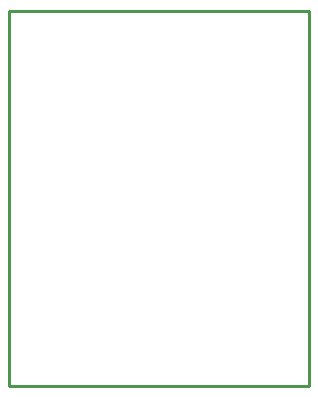
<source format=gko>
G04 Layer: BoardOutline*
G04 EasyEDA v6.4.7, 2020-11-21T23:36:06--8:00*
G04 5ff2efe16aa84f8f9e73a5c42d6c7546,4c52adb9b7084d04897e24a6e005c639,00*
G04 Gerber Generator version 0.2*
G04 Scale: 100 percent, Rotated: No, Reflected: No *
G04 Dimensions in inches *
G04 leading zeros omitted , absolute positions ,2 integer and 4 decimal *
%FSLAX24Y24*%
%MOIN*%
G90*
D02*

%ADD10C,0.010000*%
G54D10*
G01X0Y0D02*
G01X10000Y0D01*
G01X10000Y12500D01*
G01X0Y12500D01*
G01X0Y0D01*

%LPD*%
M00*
M02*

</source>
